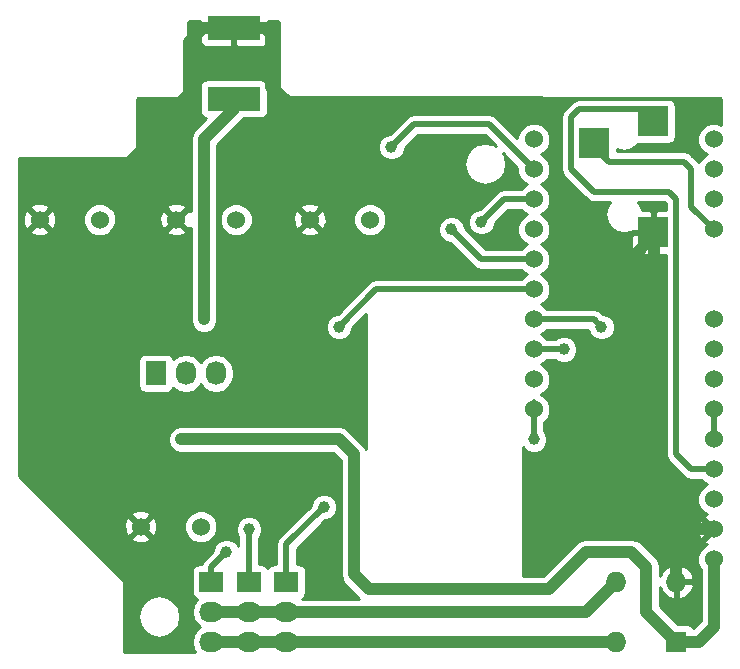
<source format=gtl>
G04 #@! TF.FileFunction,Copper,L1,Top,Signal*
%FSLAX46Y46*%
G04 Gerber Fmt 4.6, Leading zero omitted, Abs format (unit mm)*
G04 Created by KiCad (PCBNEW 4.0.1-stable) date 2016/08/24 23:14:12*
%MOMM*%
G01*
G04 APERTURE LIST*
%ADD10C,0.100000*%
%ADD11R,1.727200X1.727200*%
%ADD12O,1.727200X1.727200*%
%ADD13C,1.524000*%
%ADD14R,1.727200X2.032000*%
%ADD15O,1.727200X2.032000*%
%ADD16R,4.500000X2.000000*%
%ADD17R,2.032000X1.727200*%
%ADD18O,2.032000X1.727200*%
%ADD19R,2.500000X2.500000*%
%ADD20C,1.000000*%
%ADD21C,1.000000*%
%ADD22C,0.500000*%
%ADD23C,0.254000*%
G04 APERTURE END LIST*
D10*
D11*
X152946100Y-138658600D03*
D12*
X152946100Y-133578600D03*
X147866100Y-138658600D03*
X147866100Y-133578600D03*
D13*
X140881100Y-103733600D03*
X140881100Y-118973600D03*
X156121100Y-131673600D03*
X156121100Y-129133600D03*
X156121100Y-126593600D03*
X156121100Y-124053600D03*
X156121100Y-121513600D03*
X156121100Y-118973600D03*
X156121100Y-96113600D03*
X156121100Y-98653600D03*
X156121100Y-101193600D03*
X156121100Y-103733600D03*
X156121100Y-111353600D03*
X156121100Y-113893600D03*
X156121100Y-116433600D03*
X140881100Y-118973600D03*
X140881100Y-116433600D03*
X140881100Y-113893600D03*
X140881100Y-111353600D03*
X140881100Y-108813600D03*
X140881100Y-106273600D03*
X140881100Y-101193600D03*
X140881100Y-98653600D03*
X140881100Y-96113600D03*
X99021100Y-102913600D03*
X104101100Y-102913600D03*
X110581100Y-102913600D03*
X115661100Y-102913600D03*
X121911100Y-102913600D03*
X126991100Y-102913600D03*
X107601100Y-128903600D03*
X112681100Y-128903600D03*
D14*
X108877100Y-115925600D03*
D15*
X111417100Y-115925600D03*
X113957100Y-115925600D03*
D16*
X115481100Y-86668600D03*
X115481100Y-92668600D03*
D17*
X119926100Y-133578600D03*
D18*
X119926100Y-136118600D03*
X119926100Y-138658600D03*
D17*
X116751100Y-133578600D03*
D18*
X116751100Y-136118600D03*
X116751100Y-138658600D03*
D17*
X113576100Y-133578600D03*
D18*
X113576100Y-136118600D03*
X113576100Y-138658600D03*
D19*
X146001100Y-96378600D03*
X151001100Y-94578600D03*
X151001100Y-103978600D03*
D20*
X112941100Y-111353600D03*
X111036100Y-121513600D03*
X123101100Y-127228600D03*
X140881100Y-121513600D03*
X143421100Y-113893600D03*
X116751100Y-129133600D03*
X114846100Y-131038600D03*
X146596100Y-111988600D03*
X128816100Y-96748600D03*
X109131100Y-94843600D03*
X136436100Y-103098600D03*
X133896100Y-103733600D03*
X124371100Y-111988600D03*
D21*
X115481100Y-92668600D02*
X115481100Y-93573600D01*
X115481100Y-93573600D02*
X112941100Y-96113600D01*
X112941100Y-96113600D02*
X112941100Y-111353600D01*
X111036100Y-121513600D02*
X124371100Y-121513600D01*
X124371100Y-121513600D02*
X125641100Y-122783600D01*
X125641100Y-122783600D02*
X125641100Y-132943600D01*
X125641100Y-132943600D02*
X126911100Y-134213600D01*
X126911100Y-134213600D02*
X142151100Y-134213600D01*
X142151100Y-134213600D02*
X145326100Y-131038600D01*
X145326100Y-131038600D02*
X149136100Y-131038600D01*
X149136100Y-131038600D02*
X150406100Y-132308600D01*
X150406100Y-132308600D02*
X150406100Y-136118600D01*
X150406100Y-136118600D02*
X152946100Y-138658600D01*
X152946100Y-138658600D02*
X154851100Y-138658600D01*
X156121100Y-137388600D02*
X156121100Y-131673600D01*
X154851100Y-138658600D02*
X156121100Y-137388600D01*
D22*
X146001100Y-96378600D02*
X146001100Y-96788600D01*
X146001100Y-96788600D02*
X147231100Y-98018600D01*
X147231100Y-98018600D02*
X153581100Y-98018600D01*
X153581100Y-98018600D02*
X154216100Y-98653600D01*
X154216100Y-98653600D02*
X154216100Y-101828600D01*
X154216100Y-101828600D02*
X156121100Y-103733600D01*
X151001100Y-94578600D02*
X150776100Y-94578600D01*
X150776100Y-94578600D02*
X149771100Y-93573600D01*
X149771100Y-93573600D02*
X144691100Y-93573600D01*
X144691100Y-93573600D02*
X144056100Y-94208600D01*
X144056100Y-94208600D02*
X144056100Y-98653600D01*
X144056100Y-98653600D02*
X145961100Y-100558600D01*
X145961100Y-100558600D02*
X152311100Y-100558600D01*
X152311100Y-100558600D02*
X152946100Y-101193600D01*
X152946100Y-101193600D02*
X152946100Y-103098600D01*
X152946100Y-103098600D02*
X152946100Y-122783600D01*
X152946100Y-122783600D02*
X154216100Y-124053600D01*
X154216100Y-124053600D02*
X156121100Y-124053600D01*
X156121100Y-124053600D02*
X155486100Y-124053600D01*
X156121100Y-118973600D02*
X156121100Y-121513600D01*
X140881100Y-118338600D02*
X140881100Y-121513600D01*
X119926100Y-130403600D02*
X119926100Y-133578600D01*
X123101100Y-127228600D02*
X119926100Y-130403600D01*
X143421100Y-113893600D02*
X143421100Y-113893600D01*
X140881100Y-113893600D02*
X143421100Y-113893600D01*
X116751100Y-129133600D02*
X116751100Y-133578600D01*
X140881100Y-111353600D02*
X145961100Y-111353600D01*
X113576100Y-132308600D02*
X113576100Y-133578600D01*
X114846100Y-131038600D02*
X113576100Y-132308600D01*
X145961100Y-111353600D02*
X146596100Y-111988600D01*
D21*
X119926100Y-138658600D02*
X147866100Y-138658600D01*
X116751100Y-138658600D02*
X147866100Y-138658600D01*
X113576100Y-138658600D02*
X147866100Y-138658600D01*
X113576100Y-136118600D02*
X116751100Y-136118600D01*
X113576100Y-136118600D02*
X119926100Y-136118600D01*
X113576100Y-136118600D02*
X145326100Y-136118600D01*
X145326100Y-136118600D02*
X147866100Y-133578600D01*
D22*
X137071100Y-94843600D02*
X140881100Y-98653600D01*
X130721100Y-94843600D02*
X137071100Y-94843600D01*
X128816100Y-96748600D02*
X130721100Y-94843600D01*
D21*
X112861100Y-86668600D02*
X115481100Y-86668600D01*
X111671100Y-87858600D02*
X112861100Y-86668600D01*
X111671100Y-92303600D02*
X111671100Y-87858600D01*
X109131100Y-94843600D02*
X111671100Y-92303600D01*
X151041100Y-103733600D02*
X151041100Y-104163600D01*
X151041100Y-104163600D02*
X149136100Y-106273600D01*
X119926100Y-92938600D02*
X118656100Y-91668600D01*
X118656100Y-91668600D02*
X118656100Y-87223600D01*
X118656100Y-87223600D02*
X118101100Y-86668600D01*
X118101100Y-86668600D02*
X115481100Y-86668600D01*
X149136100Y-106273600D02*
X145961100Y-106273600D01*
X145961100Y-106273600D02*
X142786100Y-103098600D01*
X142786100Y-103098600D02*
X142786100Y-94208600D01*
X142786100Y-94208600D02*
X141516100Y-92938600D01*
X141516100Y-92938600D02*
X119926100Y-92938600D01*
X115481100Y-86668600D02*
X113496100Y-86668600D01*
X151041100Y-103733600D02*
X151041100Y-128498600D01*
X151041100Y-128498600D02*
X152946100Y-130403600D01*
X152946100Y-133578600D02*
X152946100Y-130403600D01*
X154216100Y-129133600D02*
X156121100Y-129133600D01*
X152946100Y-130403600D02*
X154216100Y-129133600D01*
D22*
X140881100Y-101193600D02*
X138341100Y-101193600D01*
X138341100Y-101193600D02*
X136436100Y-103098600D01*
X140881100Y-106273600D02*
X136436100Y-106273600D01*
X136436100Y-106273600D02*
X133896100Y-103733600D01*
X140881100Y-108813600D02*
X127546100Y-108813600D01*
X127546100Y-108813600D02*
X124371100Y-111988600D01*
D23*
G36*
X112596100Y-86382850D02*
X112754850Y-86541600D01*
X115354100Y-86541600D01*
X115354100Y-86521600D01*
X115608100Y-86521600D01*
X115608100Y-86541600D01*
X118207350Y-86541600D01*
X118366100Y-86382850D01*
X118366100Y-86054600D01*
X119157364Y-86054600D01*
X119256100Y-86153336D01*
X119256100Y-91409600D01*
X119308243Y-91671738D01*
X119456732Y-91893968D01*
X119956732Y-92393968D01*
X120178962Y-92542457D01*
X120441100Y-92594600D01*
X156627364Y-92594600D01*
X156726100Y-92693336D01*
X156726100Y-94852168D01*
X156400200Y-94716843D01*
X155844439Y-94716358D01*
X155330797Y-94928590D01*
X154937471Y-95321230D01*
X154724343Y-95834500D01*
X154723858Y-96390261D01*
X154936090Y-96903903D01*
X155328730Y-97297229D01*
X155536612Y-97383549D01*
X155330797Y-97468590D01*
X154937471Y-97861230D01*
X154858179Y-98052188D01*
X154841890Y-98027810D01*
X154841887Y-98027808D01*
X154206890Y-97392810D01*
X154179322Y-97374390D01*
X153919775Y-97200967D01*
X153863584Y-97189790D01*
X153581100Y-97133599D01*
X153581095Y-97133600D01*
X147898540Y-97133600D01*
X147898540Y-96941769D01*
X148501100Y-97061626D01*
X149106898Y-96941125D01*
X149620468Y-96597968D01*
X149707797Y-96467271D01*
X149751100Y-96476040D01*
X152251100Y-96476040D01*
X152486417Y-96431762D01*
X152702541Y-96292690D01*
X152847531Y-96080490D01*
X152898540Y-95828600D01*
X152898540Y-93328600D01*
X152854262Y-93093283D01*
X152715190Y-92877159D01*
X152502990Y-92732169D01*
X152251100Y-92681160D01*
X149751100Y-92681160D01*
X149711560Y-92688600D01*
X144691105Y-92688600D01*
X144691100Y-92688599D01*
X144352426Y-92755966D01*
X144257154Y-92819625D01*
X144065310Y-92947810D01*
X144065308Y-92947813D01*
X143430310Y-93582810D01*
X143238467Y-93869925D01*
X143238467Y-93869926D01*
X143171099Y-94208600D01*
X143171100Y-94208605D01*
X143171100Y-98653595D01*
X143171099Y-98653600D01*
X143226132Y-98930261D01*
X143238467Y-98992275D01*
X143430310Y-99279390D01*
X145335308Y-101184387D01*
X145335310Y-101184390D01*
X145622425Y-101376233D01*
X145678616Y-101387410D01*
X145961100Y-101443601D01*
X145961105Y-101443600D01*
X147315336Y-101443600D01*
X147038575Y-101857802D01*
X146918074Y-102463600D01*
X147038575Y-103069398D01*
X147381732Y-103582968D01*
X147895302Y-103926125D01*
X148501100Y-104046626D01*
X149106898Y-103926125D01*
X149252252Y-103829002D01*
X149274850Y-103851600D01*
X150874100Y-103851600D01*
X150874100Y-102252350D01*
X150715350Y-102093600D01*
X150010528Y-102093600D01*
X149963625Y-101857802D01*
X149686864Y-101443600D01*
X151944520Y-101443600D01*
X152061100Y-101560179D01*
X152061100Y-102093600D01*
X151286850Y-102093600D01*
X151128100Y-102252350D01*
X151128100Y-103851600D01*
X151148100Y-103851600D01*
X151148100Y-104105600D01*
X151128100Y-104105600D01*
X151128100Y-105704850D01*
X151286850Y-105863600D01*
X152061100Y-105863600D01*
X152061100Y-122783595D01*
X152061099Y-122783600D01*
X152086410Y-122910842D01*
X152128467Y-123122275D01*
X152320310Y-123409390D01*
X153590308Y-124679387D01*
X153590310Y-124679390D01*
X153836523Y-124843903D01*
X153877425Y-124871233D01*
X154216100Y-124938601D01*
X154216105Y-124938600D01*
X155030622Y-124938600D01*
X155328730Y-125237229D01*
X155536612Y-125323549D01*
X155330797Y-125408590D01*
X154937471Y-125801230D01*
X154724343Y-126314500D01*
X154723858Y-126870261D01*
X154936090Y-127383903D01*
X155328730Y-127777229D01*
X155520827Y-127856995D01*
X155389957Y-127911203D01*
X155320492Y-128153387D01*
X156121100Y-128953995D01*
X156135243Y-128939853D01*
X156314848Y-129119458D01*
X156300705Y-129133600D01*
X156314848Y-129147743D01*
X156135243Y-129327348D01*
X156121100Y-129313205D01*
X155320492Y-130113813D01*
X155389957Y-130355997D01*
X155530418Y-130406109D01*
X155330797Y-130488590D01*
X154937471Y-130881230D01*
X154724343Y-131394500D01*
X154723858Y-131950261D01*
X154936090Y-132463903D01*
X154986100Y-132514000D01*
X154986100Y-136918468D01*
X154386247Y-137518321D01*
X154273790Y-137343559D01*
X154061590Y-137198569D01*
X153809700Y-137147560D01*
X153040193Y-137147560D01*
X151541100Y-135648468D01*
X151541100Y-134044242D01*
X151739279Y-134467090D01*
X152171153Y-134861288D01*
X152587074Y-135033558D01*
X152819100Y-134912417D01*
X152819100Y-133705600D01*
X153073100Y-133705600D01*
X153073100Y-134912417D01*
X153305126Y-135033558D01*
X153721047Y-134861288D01*
X154152921Y-134467090D01*
X154401068Y-133937627D01*
X154280569Y-133705600D01*
X153073100Y-133705600D01*
X152819100Y-133705600D01*
X152799100Y-133705600D01*
X152799100Y-133451600D01*
X152819100Y-133451600D01*
X152819100Y-132244783D01*
X153073100Y-132244783D01*
X153073100Y-133451600D01*
X154280569Y-133451600D01*
X154401068Y-133219573D01*
X154152921Y-132690110D01*
X153721047Y-132295912D01*
X153305126Y-132123642D01*
X153073100Y-132244783D01*
X152819100Y-132244783D01*
X152587074Y-132123642D01*
X152171153Y-132295912D01*
X151739279Y-132690110D01*
X151541100Y-133112958D01*
X151541100Y-132308600D01*
X151454703Y-131874254D01*
X151208666Y-131506034D01*
X149938666Y-130236034D01*
X149773984Y-130125997D01*
X149570446Y-129989997D01*
X149136100Y-129903600D01*
X145326100Y-129903600D01*
X144891754Y-129989997D01*
X144688216Y-130125997D01*
X144523534Y-130236034D01*
X141680968Y-133078600D01*
X139918397Y-133078600D01*
X139936100Y-132989600D01*
X139936100Y-128925902D01*
X154711956Y-128925902D01*
X154739738Y-129480968D01*
X154898703Y-129864743D01*
X155140887Y-129934208D01*
X155941495Y-129133600D01*
X155140887Y-128332992D01*
X154898703Y-128402457D01*
X154711956Y-128925902D01*
X139936100Y-128925902D01*
X139936100Y-122173484D01*
X140237335Y-122475245D01*
X140654344Y-122648403D01*
X141105875Y-122648797D01*
X141523186Y-122476367D01*
X141842745Y-122157365D01*
X142015903Y-121740356D01*
X142016297Y-121288825D01*
X141843867Y-120871514D01*
X141766100Y-120793611D01*
X141766100Y-120064078D01*
X142064729Y-119765970D01*
X142277857Y-119252700D01*
X142278342Y-118696939D01*
X142066110Y-118183297D01*
X141673470Y-117789971D01*
X141514280Y-117723870D01*
X141506890Y-117712810D01*
X141482638Y-117696606D01*
X141671403Y-117618610D01*
X142064729Y-117225970D01*
X142277857Y-116712700D01*
X142278342Y-116156939D01*
X142066110Y-115643297D01*
X141673470Y-115249971D01*
X141465588Y-115163651D01*
X141671403Y-115078610D01*
X141971937Y-114778600D01*
X142700824Y-114778600D01*
X142777335Y-114855245D01*
X143194344Y-115028403D01*
X143645875Y-115028797D01*
X144063186Y-114856367D01*
X144382745Y-114537365D01*
X144555903Y-114120356D01*
X144556297Y-113668825D01*
X144383867Y-113251514D01*
X144064865Y-112931955D01*
X143647856Y-112758797D01*
X143196325Y-112758403D01*
X142779014Y-112930833D01*
X142701111Y-113008600D01*
X141971578Y-113008600D01*
X141673470Y-112709971D01*
X141465588Y-112623651D01*
X141671403Y-112538610D01*
X141971937Y-112238600D01*
X145471326Y-112238600D01*
X145633333Y-112630686D01*
X145952335Y-112950245D01*
X146369344Y-113123403D01*
X146820875Y-113123797D01*
X147238186Y-112951367D01*
X147557745Y-112632365D01*
X147730903Y-112215356D01*
X147731297Y-111763825D01*
X147558867Y-111346514D01*
X147239865Y-111026955D01*
X146822856Y-110853797D01*
X146712781Y-110853701D01*
X146586890Y-110727810D01*
X146559988Y-110709835D01*
X146299775Y-110535967D01*
X146243584Y-110524790D01*
X145961100Y-110468599D01*
X145961095Y-110468600D01*
X141971578Y-110468600D01*
X141673470Y-110169971D01*
X141465588Y-110083651D01*
X141671403Y-109998610D01*
X142064729Y-109605970D01*
X142277857Y-109092700D01*
X142278342Y-108536939D01*
X142066110Y-108023297D01*
X141673470Y-107629971D01*
X141465588Y-107543651D01*
X141671403Y-107458610D01*
X142064729Y-107065970D01*
X142277857Y-106552700D01*
X142278342Y-105996939D01*
X142066110Y-105483297D01*
X141673470Y-105089971D01*
X141465588Y-105003651D01*
X141671403Y-104918610D01*
X142064729Y-104525970D01*
X142173362Y-104264350D01*
X149116100Y-104264350D01*
X149116100Y-105354909D01*
X149212773Y-105588298D01*
X149391401Y-105766927D01*
X149624790Y-105863600D01*
X150715350Y-105863600D01*
X150874100Y-105704850D01*
X150874100Y-104105600D01*
X149274850Y-104105600D01*
X149116100Y-104264350D01*
X142173362Y-104264350D01*
X142277857Y-104012700D01*
X142278342Y-103456939D01*
X142066110Y-102943297D01*
X141673470Y-102549971D01*
X141465588Y-102463651D01*
X141671403Y-102378610D01*
X142064729Y-101985970D01*
X142277857Y-101472700D01*
X142278342Y-100916939D01*
X142066110Y-100403297D01*
X141673470Y-100009971D01*
X141465588Y-99923651D01*
X141671403Y-99838610D01*
X142064729Y-99445970D01*
X142277857Y-98932700D01*
X142278342Y-98376939D01*
X142066110Y-97863297D01*
X141673470Y-97469971D01*
X141465588Y-97383651D01*
X141671403Y-97298610D01*
X142064729Y-96905970D01*
X142277857Y-96392700D01*
X142278342Y-95836939D01*
X142066110Y-95323297D01*
X141673470Y-94929971D01*
X141160200Y-94716843D01*
X140604439Y-94716358D01*
X140090797Y-94928590D01*
X139697471Y-95321230D01*
X139484343Y-95834500D01*
X139484194Y-96005115D01*
X137696890Y-94217810D01*
X137569498Y-94132690D01*
X137409775Y-94025967D01*
X137319178Y-94007946D01*
X137071100Y-93958599D01*
X137071095Y-93958600D01*
X130721105Y-93958600D01*
X130721100Y-93958599D01*
X130473022Y-94007946D01*
X130382425Y-94025967D01*
X130095310Y-94217810D01*
X130095308Y-94217813D01*
X128699623Y-95613497D01*
X128591325Y-95613403D01*
X128174014Y-95785833D01*
X127854455Y-96104835D01*
X127681297Y-96521844D01*
X127680903Y-96973375D01*
X127853333Y-97390686D01*
X128172335Y-97710245D01*
X128589344Y-97883403D01*
X129040875Y-97883797D01*
X129458186Y-97711367D01*
X129777745Y-97392365D01*
X129950903Y-96975356D01*
X129950999Y-96865281D01*
X131087679Y-95728600D01*
X136704520Y-95728600D01*
X137654160Y-96678239D01*
X137443790Y-96537675D01*
X136760700Y-96401800D01*
X136077610Y-96537675D01*
X135498514Y-96924614D01*
X135111575Y-97503710D01*
X134975700Y-98186800D01*
X135111575Y-98869890D01*
X135498514Y-99448986D01*
X136077610Y-99835925D01*
X136760700Y-99971800D01*
X137443790Y-99835925D01*
X138022886Y-99448986D01*
X138409825Y-98869890D01*
X138545700Y-98186800D01*
X138409825Y-97503710D01*
X138269260Y-97293340D01*
X139484226Y-98508305D01*
X139483858Y-98930261D01*
X139696090Y-99443903D01*
X140088730Y-99837229D01*
X140296612Y-99923549D01*
X140090797Y-100008590D01*
X139790263Y-100308600D01*
X138341105Y-100308600D01*
X138341100Y-100308599D01*
X138058616Y-100364790D01*
X138002425Y-100375967D01*
X137715310Y-100567810D01*
X137715308Y-100567813D01*
X136319623Y-101963497D01*
X136211325Y-101963403D01*
X135794014Y-102135833D01*
X135474455Y-102454835D01*
X135301297Y-102871844D01*
X135300903Y-103323375D01*
X135473333Y-103740686D01*
X135792335Y-104060245D01*
X136209344Y-104233403D01*
X136660875Y-104233797D01*
X137078186Y-104061367D01*
X137397745Y-103742365D01*
X137570903Y-103325356D01*
X137570999Y-103215281D01*
X138707679Y-102078600D01*
X139790622Y-102078600D01*
X140088730Y-102377229D01*
X140296612Y-102463549D01*
X140090797Y-102548590D01*
X139697471Y-102941230D01*
X139484343Y-103454500D01*
X139483858Y-104010261D01*
X139696090Y-104523903D01*
X140088730Y-104917229D01*
X140296612Y-105003549D01*
X140090797Y-105088590D01*
X139790263Y-105388600D01*
X136802679Y-105388600D01*
X135031203Y-103617123D01*
X135031297Y-103508825D01*
X134858867Y-103091514D01*
X134539865Y-102771955D01*
X134122856Y-102598797D01*
X133671325Y-102598403D01*
X133254014Y-102770833D01*
X132934455Y-103089835D01*
X132761297Y-103506844D01*
X132760903Y-103958375D01*
X132933333Y-104375686D01*
X133252335Y-104695245D01*
X133669344Y-104868403D01*
X133779419Y-104868499D01*
X135810308Y-106899387D01*
X135810310Y-106899390D01*
X136056523Y-107063903D01*
X136097425Y-107091233D01*
X136436100Y-107158600D01*
X139790622Y-107158600D01*
X140088730Y-107457229D01*
X140296612Y-107543549D01*
X140090797Y-107628590D01*
X139790263Y-107928600D01*
X127546105Y-107928600D01*
X127546100Y-107928599D01*
X127263616Y-107984790D01*
X127207425Y-107995967D01*
X126920310Y-108187810D01*
X126920308Y-108187813D01*
X124254623Y-110853497D01*
X124146325Y-110853403D01*
X123729014Y-111025833D01*
X123409455Y-111344835D01*
X123236297Y-111761844D01*
X123235903Y-112213375D01*
X123408333Y-112630686D01*
X123727335Y-112950245D01*
X124144344Y-113123403D01*
X124595875Y-113123797D01*
X125013186Y-112951367D01*
X125332745Y-112632365D01*
X125505903Y-112215356D01*
X125505999Y-112105281D01*
X126676100Y-110935179D01*
X126676100Y-122328896D01*
X126443666Y-121981034D01*
X125173666Y-120711034D01*
X124805446Y-120464997D01*
X124371100Y-120378600D01*
X111037090Y-120378600D01*
X110811325Y-120378403D01*
X110394014Y-120550833D01*
X110074455Y-120869835D01*
X109901297Y-121286844D01*
X109900903Y-121738375D01*
X110073333Y-122155686D01*
X110392335Y-122475245D01*
X110809344Y-122648403D01*
X111260875Y-122648797D01*
X111261352Y-122648600D01*
X123900968Y-122648600D01*
X124506100Y-123253732D01*
X124506100Y-132943600D01*
X124592497Y-133377946D01*
X124706953Y-133549241D01*
X124838534Y-133746166D01*
X126075968Y-134983600D01*
X121273398Y-134983600D01*
X121393541Y-134906290D01*
X121538531Y-134694090D01*
X121589540Y-134442200D01*
X121589540Y-132715000D01*
X121545262Y-132479683D01*
X121406190Y-132263559D01*
X121193990Y-132118569D01*
X120942100Y-132067560D01*
X120811100Y-132067560D01*
X120811100Y-130770180D01*
X123217577Y-128363703D01*
X123325875Y-128363797D01*
X123743186Y-128191367D01*
X124062745Y-127872365D01*
X124235903Y-127455356D01*
X124236297Y-127003825D01*
X124063867Y-126586514D01*
X123744865Y-126266955D01*
X123327856Y-126093797D01*
X122876325Y-126093403D01*
X122459014Y-126265833D01*
X122139455Y-126584835D01*
X121966297Y-127001844D01*
X121966201Y-127111920D01*
X119300310Y-129777810D01*
X119108467Y-130064925D01*
X119103756Y-130088610D01*
X119041099Y-130403600D01*
X119041100Y-130403605D01*
X119041100Y-132067560D01*
X118910100Y-132067560D01*
X118674783Y-132111838D01*
X118458659Y-132250910D01*
X118337322Y-132428493D01*
X118231190Y-132263559D01*
X118018990Y-132118569D01*
X117767100Y-132067560D01*
X117636100Y-132067560D01*
X117636100Y-129853876D01*
X117712745Y-129777365D01*
X117885903Y-129360356D01*
X117886297Y-128908825D01*
X117713867Y-128491514D01*
X117394865Y-128171955D01*
X116977856Y-127998797D01*
X116526325Y-127998403D01*
X116109014Y-128170833D01*
X115789455Y-128489835D01*
X115616297Y-128906844D01*
X115615903Y-129358375D01*
X115788333Y-129775686D01*
X115866100Y-129853589D01*
X115866100Y-130535028D01*
X115808867Y-130396514D01*
X115489865Y-130076955D01*
X115072856Y-129903797D01*
X114621325Y-129903403D01*
X114204014Y-130075833D01*
X113884455Y-130394835D01*
X113711297Y-130811844D01*
X113711201Y-130921920D01*
X112950310Y-131682810D01*
X112758467Y-131969925D01*
X112758467Y-131969926D01*
X112739046Y-132067560D01*
X112560100Y-132067560D01*
X112324783Y-132111838D01*
X112108659Y-132250910D01*
X111963669Y-132463110D01*
X111912660Y-132715000D01*
X111912660Y-134442200D01*
X111956938Y-134677517D01*
X112096010Y-134893641D01*
X112308210Y-135038631D01*
X112349539Y-135047000D01*
X112331685Y-135058930D01*
X112006829Y-135545111D01*
X111892755Y-136118600D01*
X112006829Y-136692089D01*
X112331685Y-137178270D01*
X112646466Y-137388600D01*
X112331685Y-137598930D01*
X112006829Y-138085111D01*
X111892755Y-138658600D01*
X112006829Y-139232089D01*
X112168870Y-139474600D01*
X106206100Y-139474600D01*
X106206100Y-136506800D01*
X107355700Y-136506800D01*
X107491575Y-137189890D01*
X107878514Y-137768986D01*
X108457610Y-138155925D01*
X109140700Y-138291800D01*
X109823790Y-138155925D01*
X110402886Y-137768986D01*
X110789825Y-137189890D01*
X110925700Y-136506800D01*
X110789825Y-135823710D01*
X110402886Y-135244614D01*
X109823790Y-134857675D01*
X109140700Y-134721800D01*
X108457610Y-134857675D01*
X107878514Y-135244614D01*
X107491575Y-135823710D01*
X107355700Y-136506800D01*
X106206100Y-136506800D01*
X106206100Y-133829600D01*
X106153957Y-133567462D01*
X106005468Y-133345232D01*
X102544049Y-129883813D01*
X106800492Y-129883813D01*
X106869957Y-130125997D01*
X107393402Y-130312744D01*
X107948468Y-130284962D01*
X108332243Y-130125997D01*
X108401708Y-129883813D01*
X107601100Y-129083205D01*
X106800492Y-129883813D01*
X102544049Y-129883813D01*
X101356138Y-128695902D01*
X106191956Y-128695902D01*
X106219738Y-129250968D01*
X106378703Y-129634743D01*
X106620887Y-129704208D01*
X107421495Y-128903600D01*
X107780705Y-128903600D01*
X108581313Y-129704208D01*
X108823497Y-129634743D01*
X108985640Y-129180261D01*
X111283858Y-129180261D01*
X111496090Y-129693903D01*
X111888730Y-130087229D01*
X112402000Y-130300357D01*
X112957761Y-130300842D01*
X113471403Y-130088610D01*
X113864729Y-129695970D01*
X114077857Y-129182700D01*
X114078342Y-128626939D01*
X113866110Y-128113297D01*
X113473470Y-127719971D01*
X112960200Y-127506843D01*
X112404439Y-127506358D01*
X111890797Y-127718590D01*
X111497471Y-128111230D01*
X111284343Y-128624500D01*
X111283858Y-129180261D01*
X108985640Y-129180261D01*
X109010244Y-129111298D01*
X108982462Y-128556232D01*
X108823497Y-128172457D01*
X108581313Y-128102992D01*
X107780705Y-128903600D01*
X107421495Y-128903600D01*
X106620887Y-128102992D01*
X106378703Y-128172457D01*
X106191956Y-128695902D01*
X101356138Y-128695902D01*
X100583623Y-127923387D01*
X106800492Y-127923387D01*
X107601100Y-128723995D01*
X108401708Y-127923387D01*
X108332243Y-127681203D01*
X107808798Y-127494456D01*
X107253732Y-127522238D01*
X106869957Y-127681203D01*
X106800492Y-127923387D01*
X100583623Y-127923387D01*
X97296100Y-124635864D01*
X97296100Y-114909600D01*
X107366060Y-114909600D01*
X107366060Y-116941600D01*
X107410338Y-117176917D01*
X107549410Y-117393041D01*
X107761610Y-117538031D01*
X108013500Y-117589040D01*
X109740700Y-117589040D01*
X109976017Y-117544762D01*
X110192141Y-117405690D01*
X110337131Y-117193490D01*
X110345500Y-117152161D01*
X110357430Y-117170015D01*
X110843611Y-117494871D01*
X111417100Y-117608945D01*
X111990589Y-117494871D01*
X112476770Y-117170015D01*
X112687100Y-116855234D01*
X112897430Y-117170015D01*
X113383611Y-117494871D01*
X113957100Y-117608945D01*
X114530589Y-117494871D01*
X115016770Y-117170015D01*
X115341626Y-116683834D01*
X115455700Y-116110345D01*
X115455700Y-115740855D01*
X115341626Y-115167366D01*
X115016770Y-114681185D01*
X114530589Y-114356329D01*
X113957100Y-114242255D01*
X113383611Y-114356329D01*
X112897430Y-114681185D01*
X112687100Y-114995966D01*
X112476770Y-114681185D01*
X111990589Y-114356329D01*
X111417100Y-114242255D01*
X110843611Y-114356329D01*
X110357430Y-114681185D01*
X110347857Y-114695513D01*
X110343862Y-114674283D01*
X110204790Y-114458159D01*
X109992590Y-114313169D01*
X109740700Y-114262160D01*
X108013500Y-114262160D01*
X107778183Y-114306438D01*
X107562059Y-114445510D01*
X107417069Y-114657710D01*
X107366060Y-114909600D01*
X97296100Y-114909600D01*
X97296100Y-103893813D01*
X98220492Y-103893813D01*
X98289957Y-104135997D01*
X98813402Y-104322744D01*
X99368468Y-104294962D01*
X99752243Y-104135997D01*
X99821708Y-103893813D01*
X99021100Y-103093205D01*
X98220492Y-103893813D01*
X97296100Y-103893813D01*
X97296100Y-102705902D01*
X97611956Y-102705902D01*
X97639738Y-103260968D01*
X97798703Y-103644743D01*
X98040887Y-103714208D01*
X98841495Y-102913600D01*
X99200705Y-102913600D01*
X100001313Y-103714208D01*
X100243497Y-103644743D01*
X100405640Y-103190261D01*
X102703858Y-103190261D01*
X102916090Y-103703903D01*
X103308730Y-104097229D01*
X103822000Y-104310357D01*
X104377761Y-104310842D01*
X104891403Y-104098610D01*
X105096557Y-103893813D01*
X109780492Y-103893813D01*
X109849957Y-104135997D01*
X110373402Y-104322744D01*
X110928468Y-104294962D01*
X111312243Y-104135997D01*
X111381708Y-103893813D01*
X110581100Y-103093205D01*
X109780492Y-103893813D01*
X105096557Y-103893813D01*
X105284729Y-103705970D01*
X105497857Y-103192700D01*
X105498281Y-102705902D01*
X109171956Y-102705902D01*
X109199738Y-103260968D01*
X109358703Y-103644743D01*
X109600887Y-103714208D01*
X110401495Y-102913600D01*
X110760705Y-102913600D01*
X111561313Y-103714208D01*
X111803497Y-103644743D01*
X111806100Y-103637447D01*
X111806100Y-111352610D01*
X111805903Y-111578375D01*
X111978333Y-111995686D01*
X112297335Y-112315245D01*
X112714344Y-112488403D01*
X113165875Y-112488797D01*
X113583186Y-112316367D01*
X113902745Y-111997365D01*
X114075903Y-111580356D01*
X114076297Y-111128825D01*
X114076100Y-111128348D01*
X114076100Y-103190261D01*
X114263858Y-103190261D01*
X114476090Y-103703903D01*
X114868730Y-104097229D01*
X115382000Y-104310357D01*
X115937761Y-104310842D01*
X116451403Y-104098610D01*
X116656557Y-103893813D01*
X121110492Y-103893813D01*
X121179957Y-104135997D01*
X121703402Y-104322744D01*
X122258468Y-104294962D01*
X122642243Y-104135997D01*
X122711708Y-103893813D01*
X121911100Y-103093205D01*
X121110492Y-103893813D01*
X116656557Y-103893813D01*
X116844729Y-103705970D01*
X117057857Y-103192700D01*
X117058281Y-102705902D01*
X120501956Y-102705902D01*
X120529738Y-103260968D01*
X120688703Y-103644743D01*
X120930887Y-103714208D01*
X121731495Y-102913600D01*
X122090705Y-102913600D01*
X122891313Y-103714208D01*
X123133497Y-103644743D01*
X123295640Y-103190261D01*
X125593858Y-103190261D01*
X125806090Y-103703903D01*
X126198730Y-104097229D01*
X126712000Y-104310357D01*
X127267761Y-104310842D01*
X127781403Y-104098610D01*
X128174729Y-103705970D01*
X128387857Y-103192700D01*
X128388342Y-102636939D01*
X128176110Y-102123297D01*
X127783470Y-101729971D01*
X127270200Y-101516843D01*
X126714439Y-101516358D01*
X126200797Y-101728590D01*
X125807471Y-102121230D01*
X125594343Y-102634500D01*
X125593858Y-103190261D01*
X123295640Y-103190261D01*
X123320244Y-103121298D01*
X123292462Y-102566232D01*
X123133497Y-102182457D01*
X122891313Y-102112992D01*
X122090705Y-102913600D01*
X121731495Y-102913600D01*
X120930887Y-102112992D01*
X120688703Y-102182457D01*
X120501956Y-102705902D01*
X117058281Y-102705902D01*
X117058342Y-102636939D01*
X116846110Y-102123297D01*
X116656532Y-101933387D01*
X121110492Y-101933387D01*
X121911100Y-102733995D01*
X122711708Y-101933387D01*
X122642243Y-101691203D01*
X122118798Y-101504456D01*
X121563732Y-101532238D01*
X121179957Y-101691203D01*
X121110492Y-101933387D01*
X116656532Y-101933387D01*
X116453470Y-101729971D01*
X115940200Y-101516843D01*
X115384439Y-101516358D01*
X114870797Y-101728590D01*
X114477471Y-102121230D01*
X114264343Y-102634500D01*
X114263858Y-103190261D01*
X114076100Y-103190261D01*
X114076100Y-96583732D01*
X116283666Y-94376167D01*
X116323842Y-94316040D01*
X117731100Y-94316040D01*
X117966417Y-94271762D01*
X118182541Y-94132690D01*
X118327531Y-93920490D01*
X118378540Y-93668600D01*
X118378540Y-91668600D01*
X118334262Y-91433283D01*
X118195190Y-91217159D01*
X117982990Y-91072169D01*
X117731100Y-91021160D01*
X113231100Y-91021160D01*
X112995783Y-91065438D01*
X112779659Y-91204510D01*
X112634669Y-91416710D01*
X112583660Y-91668600D01*
X112583660Y-93668600D01*
X112627938Y-93903917D01*
X112767010Y-94120041D01*
X112979210Y-94265031D01*
X113149959Y-94299609D01*
X112138534Y-95311034D01*
X111892497Y-95679254D01*
X111806100Y-96113600D01*
X111806100Y-102188741D01*
X111803497Y-102182457D01*
X111561313Y-102112992D01*
X110760705Y-102913600D01*
X110401495Y-102913600D01*
X109600887Y-102112992D01*
X109358703Y-102182457D01*
X109171956Y-102705902D01*
X105498281Y-102705902D01*
X105498342Y-102636939D01*
X105286110Y-102123297D01*
X105096532Y-101933387D01*
X109780492Y-101933387D01*
X110581100Y-102733995D01*
X111381708Y-101933387D01*
X111312243Y-101691203D01*
X110788798Y-101504456D01*
X110233732Y-101532238D01*
X109849957Y-101691203D01*
X109780492Y-101933387D01*
X105096532Y-101933387D01*
X104893470Y-101729971D01*
X104380200Y-101516843D01*
X103824439Y-101516358D01*
X103310797Y-101728590D01*
X102917471Y-102121230D01*
X102704343Y-102634500D01*
X102703858Y-103190261D01*
X100405640Y-103190261D01*
X100430244Y-103121298D01*
X100402462Y-102566232D01*
X100243497Y-102182457D01*
X100001313Y-102112992D01*
X99200705Y-102913600D01*
X98841495Y-102913600D01*
X98040887Y-102112992D01*
X97798703Y-102182457D01*
X97611956Y-102705902D01*
X97296100Y-102705902D01*
X97296100Y-101933387D01*
X98220492Y-101933387D01*
X99021100Y-102733995D01*
X99821708Y-101933387D01*
X99752243Y-101691203D01*
X99228798Y-101504456D01*
X98673732Y-101532238D01*
X98289957Y-101691203D01*
X98220492Y-101933387D01*
X97296100Y-101933387D01*
X97296100Y-97714600D01*
X106111100Y-97714600D01*
X106373238Y-97662457D01*
X106595468Y-97513968D01*
X107085468Y-97023968D01*
X107233957Y-96801738D01*
X107286100Y-96539600D01*
X107286100Y-92723336D01*
X107384836Y-92624600D01*
X110441100Y-92624600D01*
X110703238Y-92572457D01*
X110925468Y-92423968D01*
X111425468Y-91923968D01*
X111573957Y-91701738D01*
X111626100Y-91439600D01*
X111626100Y-86954350D01*
X112596100Y-86954350D01*
X112596100Y-87794909D01*
X112692773Y-88028298D01*
X112871401Y-88206927D01*
X113104790Y-88303600D01*
X115195350Y-88303600D01*
X115354100Y-88144850D01*
X115354100Y-86795600D01*
X115608100Y-86795600D01*
X115608100Y-88144850D01*
X115766850Y-88303600D01*
X117857410Y-88303600D01*
X118090799Y-88206927D01*
X118269427Y-88028298D01*
X118366100Y-87794909D01*
X118366100Y-86954350D01*
X118207350Y-86795600D01*
X115608100Y-86795600D01*
X115354100Y-86795600D01*
X112754850Y-86795600D01*
X112596100Y-86954350D01*
X111626100Y-86954350D01*
X111626100Y-86153336D01*
X111724836Y-86054600D01*
X112596100Y-86054600D01*
X112596100Y-86382850D01*
X112596100Y-86382850D01*
G37*
X112596100Y-86382850D02*
X112754850Y-86541600D01*
X115354100Y-86541600D01*
X115354100Y-86521600D01*
X115608100Y-86521600D01*
X115608100Y-86541600D01*
X118207350Y-86541600D01*
X118366100Y-86382850D01*
X118366100Y-86054600D01*
X119157364Y-86054600D01*
X119256100Y-86153336D01*
X119256100Y-91409600D01*
X119308243Y-91671738D01*
X119456732Y-91893968D01*
X119956732Y-92393968D01*
X120178962Y-92542457D01*
X120441100Y-92594600D01*
X156627364Y-92594600D01*
X156726100Y-92693336D01*
X156726100Y-94852168D01*
X156400200Y-94716843D01*
X155844439Y-94716358D01*
X155330797Y-94928590D01*
X154937471Y-95321230D01*
X154724343Y-95834500D01*
X154723858Y-96390261D01*
X154936090Y-96903903D01*
X155328730Y-97297229D01*
X155536612Y-97383549D01*
X155330797Y-97468590D01*
X154937471Y-97861230D01*
X154858179Y-98052188D01*
X154841890Y-98027810D01*
X154841887Y-98027808D01*
X154206890Y-97392810D01*
X154179322Y-97374390D01*
X153919775Y-97200967D01*
X153863584Y-97189790D01*
X153581100Y-97133599D01*
X153581095Y-97133600D01*
X147898540Y-97133600D01*
X147898540Y-96941769D01*
X148501100Y-97061626D01*
X149106898Y-96941125D01*
X149620468Y-96597968D01*
X149707797Y-96467271D01*
X149751100Y-96476040D01*
X152251100Y-96476040D01*
X152486417Y-96431762D01*
X152702541Y-96292690D01*
X152847531Y-96080490D01*
X152898540Y-95828600D01*
X152898540Y-93328600D01*
X152854262Y-93093283D01*
X152715190Y-92877159D01*
X152502990Y-92732169D01*
X152251100Y-92681160D01*
X149751100Y-92681160D01*
X149711560Y-92688600D01*
X144691105Y-92688600D01*
X144691100Y-92688599D01*
X144352426Y-92755966D01*
X144257154Y-92819625D01*
X144065310Y-92947810D01*
X144065308Y-92947813D01*
X143430310Y-93582810D01*
X143238467Y-93869925D01*
X143238467Y-93869926D01*
X143171099Y-94208600D01*
X143171100Y-94208605D01*
X143171100Y-98653595D01*
X143171099Y-98653600D01*
X143226132Y-98930261D01*
X143238467Y-98992275D01*
X143430310Y-99279390D01*
X145335308Y-101184387D01*
X145335310Y-101184390D01*
X145622425Y-101376233D01*
X145678616Y-101387410D01*
X145961100Y-101443601D01*
X145961105Y-101443600D01*
X147315336Y-101443600D01*
X147038575Y-101857802D01*
X146918074Y-102463600D01*
X147038575Y-103069398D01*
X147381732Y-103582968D01*
X147895302Y-103926125D01*
X148501100Y-104046626D01*
X149106898Y-103926125D01*
X149252252Y-103829002D01*
X149274850Y-103851600D01*
X150874100Y-103851600D01*
X150874100Y-102252350D01*
X150715350Y-102093600D01*
X150010528Y-102093600D01*
X149963625Y-101857802D01*
X149686864Y-101443600D01*
X151944520Y-101443600D01*
X152061100Y-101560179D01*
X152061100Y-102093600D01*
X151286850Y-102093600D01*
X151128100Y-102252350D01*
X151128100Y-103851600D01*
X151148100Y-103851600D01*
X151148100Y-104105600D01*
X151128100Y-104105600D01*
X151128100Y-105704850D01*
X151286850Y-105863600D01*
X152061100Y-105863600D01*
X152061100Y-122783595D01*
X152061099Y-122783600D01*
X152086410Y-122910842D01*
X152128467Y-123122275D01*
X152320310Y-123409390D01*
X153590308Y-124679387D01*
X153590310Y-124679390D01*
X153836523Y-124843903D01*
X153877425Y-124871233D01*
X154216100Y-124938601D01*
X154216105Y-124938600D01*
X155030622Y-124938600D01*
X155328730Y-125237229D01*
X155536612Y-125323549D01*
X155330797Y-125408590D01*
X154937471Y-125801230D01*
X154724343Y-126314500D01*
X154723858Y-126870261D01*
X154936090Y-127383903D01*
X155328730Y-127777229D01*
X155520827Y-127856995D01*
X155389957Y-127911203D01*
X155320492Y-128153387D01*
X156121100Y-128953995D01*
X156135243Y-128939853D01*
X156314848Y-129119458D01*
X156300705Y-129133600D01*
X156314848Y-129147743D01*
X156135243Y-129327348D01*
X156121100Y-129313205D01*
X155320492Y-130113813D01*
X155389957Y-130355997D01*
X155530418Y-130406109D01*
X155330797Y-130488590D01*
X154937471Y-130881230D01*
X154724343Y-131394500D01*
X154723858Y-131950261D01*
X154936090Y-132463903D01*
X154986100Y-132514000D01*
X154986100Y-136918468D01*
X154386247Y-137518321D01*
X154273790Y-137343559D01*
X154061590Y-137198569D01*
X153809700Y-137147560D01*
X153040193Y-137147560D01*
X151541100Y-135648468D01*
X151541100Y-134044242D01*
X151739279Y-134467090D01*
X152171153Y-134861288D01*
X152587074Y-135033558D01*
X152819100Y-134912417D01*
X152819100Y-133705600D01*
X153073100Y-133705600D01*
X153073100Y-134912417D01*
X153305126Y-135033558D01*
X153721047Y-134861288D01*
X154152921Y-134467090D01*
X154401068Y-133937627D01*
X154280569Y-133705600D01*
X153073100Y-133705600D01*
X152819100Y-133705600D01*
X152799100Y-133705600D01*
X152799100Y-133451600D01*
X152819100Y-133451600D01*
X152819100Y-132244783D01*
X153073100Y-132244783D01*
X153073100Y-133451600D01*
X154280569Y-133451600D01*
X154401068Y-133219573D01*
X154152921Y-132690110D01*
X153721047Y-132295912D01*
X153305126Y-132123642D01*
X153073100Y-132244783D01*
X152819100Y-132244783D01*
X152587074Y-132123642D01*
X152171153Y-132295912D01*
X151739279Y-132690110D01*
X151541100Y-133112958D01*
X151541100Y-132308600D01*
X151454703Y-131874254D01*
X151208666Y-131506034D01*
X149938666Y-130236034D01*
X149773984Y-130125997D01*
X149570446Y-129989997D01*
X149136100Y-129903600D01*
X145326100Y-129903600D01*
X144891754Y-129989997D01*
X144688216Y-130125997D01*
X144523534Y-130236034D01*
X141680968Y-133078600D01*
X139918397Y-133078600D01*
X139936100Y-132989600D01*
X139936100Y-128925902D01*
X154711956Y-128925902D01*
X154739738Y-129480968D01*
X154898703Y-129864743D01*
X155140887Y-129934208D01*
X155941495Y-129133600D01*
X155140887Y-128332992D01*
X154898703Y-128402457D01*
X154711956Y-128925902D01*
X139936100Y-128925902D01*
X139936100Y-122173484D01*
X140237335Y-122475245D01*
X140654344Y-122648403D01*
X141105875Y-122648797D01*
X141523186Y-122476367D01*
X141842745Y-122157365D01*
X142015903Y-121740356D01*
X142016297Y-121288825D01*
X141843867Y-120871514D01*
X141766100Y-120793611D01*
X141766100Y-120064078D01*
X142064729Y-119765970D01*
X142277857Y-119252700D01*
X142278342Y-118696939D01*
X142066110Y-118183297D01*
X141673470Y-117789971D01*
X141514280Y-117723870D01*
X141506890Y-117712810D01*
X141482638Y-117696606D01*
X141671403Y-117618610D01*
X142064729Y-117225970D01*
X142277857Y-116712700D01*
X142278342Y-116156939D01*
X142066110Y-115643297D01*
X141673470Y-115249971D01*
X141465588Y-115163651D01*
X141671403Y-115078610D01*
X141971937Y-114778600D01*
X142700824Y-114778600D01*
X142777335Y-114855245D01*
X143194344Y-115028403D01*
X143645875Y-115028797D01*
X144063186Y-114856367D01*
X144382745Y-114537365D01*
X144555903Y-114120356D01*
X144556297Y-113668825D01*
X144383867Y-113251514D01*
X144064865Y-112931955D01*
X143647856Y-112758797D01*
X143196325Y-112758403D01*
X142779014Y-112930833D01*
X142701111Y-113008600D01*
X141971578Y-113008600D01*
X141673470Y-112709971D01*
X141465588Y-112623651D01*
X141671403Y-112538610D01*
X141971937Y-112238600D01*
X145471326Y-112238600D01*
X145633333Y-112630686D01*
X145952335Y-112950245D01*
X146369344Y-113123403D01*
X146820875Y-113123797D01*
X147238186Y-112951367D01*
X147557745Y-112632365D01*
X147730903Y-112215356D01*
X147731297Y-111763825D01*
X147558867Y-111346514D01*
X147239865Y-111026955D01*
X146822856Y-110853797D01*
X146712781Y-110853701D01*
X146586890Y-110727810D01*
X146559988Y-110709835D01*
X146299775Y-110535967D01*
X146243584Y-110524790D01*
X145961100Y-110468599D01*
X145961095Y-110468600D01*
X141971578Y-110468600D01*
X141673470Y-110169971D01*
X141465588Y-110083651D01*
X141671403Y-109998610D01*
X142064729Y-109605970D01*
X142277857Y-109092700D01*
X142278342Y-108536939D01*
X142066110Y-108023297D01*
X141673470Y-107629971D01*
X141465588Y-107543651D01*
X141671403Y-107458610D01*
X142064729Y-107065970D01*
X142277857Y-106552700D01*
X142278342Y-105996939D01*
X142066110Y-105483297D01*
X141673470Y-105089971D01*
X141465588Y-105003651D01*
X141671403Y-104918610D01*
X142064729Y-104525970D01*
X142173362Y-104264350D01*
X149116100Y-104264350D01*
X149116100Y-105354909D01*
X149212773Y-105588298D01*
X149391401Y-105766927D01*
X149624790Y-105863600D01*
X150715350Y-105863600D01*
X150874100Y-105704850D01*
X150874100Y-104105600D01*
X149274850Y-104105600D01*
X149116100Y-104264350D01*
X142173362Y-104264350D01*
X142277857Y-104012700D01*
X142278342Y-103456939D01*
X142066110Y-102943297D01*
X141673470Y-102549971D01*
X141465588Y-102463651D01*
X141671403Y-102378610D01*
X142064729Y-101985970D01*
X142277857Y-101472700D01*
X142278342Y-100916939D01*
X142066110Y-100403297D01*
X141673470Y-100009971D01*
X141465588Y-99923651D01*
X141671403Y-99838610D01*
X142064729Y-99445970D01*
X142277857Y-98932700D01*
X142278342Y-98376939D01*
X142066110Y-97863297D01*
X141673470Y-97469971D01*
X141465588Y-97383651D01*
X141671403Y-97298610D01*
X142064729Y-96905970D01*
X142277857Y-96392700D01*
X142278342Y-95836939D01*
X142066110Y-95323297D01*
X141673470Y-94929971D01*
X141160200Y-94716843D01*
X140604439Y-94716358D01*
X140090797Y-94928590D01*
X139697471Y-95321230D01*
X139484343Y-95834500D01*
X139484194Y-96005115D01*
X137696890Y-94217810D01*
X137569498Y-94132690D01*
X137409775Y-94025967D01*
X137319178Y-94007946D01*
X137071100Y-93958599D01*
X137071095Y-93958600D01*
X130721105Y-93958600D01*
X130721100Y-93958599D01*
X130473022Y-94007946D01*
X130382425Y-94025967D01*
X130095310Y-94217810D01*
X130095308Y-94217813D01*
X128699623Y-95613497D01*
X128591325Y-95613403D01*
X128174014Y-95785833D01*
X127854455Y-96104835D01*
X127681297Y-96521844D01*
X127680903Y-96973375D01*
X127853333Y-97390686D01*
X128172335Y-97710245D01*
X128589344Y-97883403D01*
X129040875Y-97883797D01*
X129458186Y-97711367D01*
X129777745Y-97392365D01*
X129950903Y-96975356D01*
X129950999Y-96865281D01*
X131087679Y-95728600D01*
X136704520Y-95728600D01*
X137654160Y-96678239D01*
X137443790Y-96537675D01*
X136760700Y-96401800D01*
X136077610Y-96537675D01*
X135498514Y-96924614D01*
X135111575Y-97503710D01*
X134975700Y-98186800D01*
X135111575Y-98869890D01*
X135498514Y-99448986D01*
X136077610Y-99835925D01*
X136760700Y-99971800D01*
X137443790Y-99835925D01*
X138022886Y-99448986D01*
X138409825Y-98869890D01*
X138545700Y-98186800D01*
X138409825Y-97503710D01*
X138269260Y-97293340D01*
X139484226Y-98508305D01*
X139483858Y-98930261D01*
X139696090Y-99443903D01*
X140088730Y-99837229D01*
X140296612Y-99923549D01*
X140090797Y-100008590D01*
X139790263Y-100308600D01*
X138341105Y-100308600D01*
X138341100Y-100308599D01*
X138058616Y-100364790D01*
X138002425Y-100375967D01*
X137715310Y-100567810D01*
X137715308Y-100567813D01*
X136319623Y-101963497D01*
X136211325Y-101963403D01*
X135794014Y-102135833D01*
X135474455Y-102454835D01*
X135301297Y-102871844D01*
X135300903Y-103323375D01*
X135473333Y-103740686D01*
X135792335Y-104060245D01*
X136209344Y-104233403D01*
X136660875Y-104233797D01*
X137078186Y-104061367D01*
X137397745Y-103742365D01*
X137570903Y-103325356D01*
X137570999Y-103215281D01*
X138707679Y-102078600D01*
X139790622Y-102078600D01*
X140088730Y-102377229D01*
X140296612Y-102463549D01*
X140090797Y-102548590D01*
X139697471Y-102941230D01*
X139484343Y-103454500D01*
X139483858Y-104010261D01*
X139696090Y-104523903D01*
X140088730Y-104917229D01*
X140296612Y-105003549D01*
X140090797Y-105088590D01*
X139790263Y-105388600D01*
X136802679Y-105388600D01*
X135031203Y-103617123D01*
X135031297Y-103508825D01*
X134858867Y-103091514D01*
X134539865Y-102771955D01*
X134122856Y-102598797D01*
X133671325Y-102598403D01*
X133254014Y-102770833D01*
X132934455Y-103089835D01*
X132761297Y-103506844D01*
X132760903Y-103958375D01*
X132933333Y-104375686D01*
X133252335Y-104695245D01*
X133669344Y-104868403D01*
X133779419Y-104868499D01*
X135810308Y-106899387D01*
X135810310Y-106899390D01*
X136056523Y-107063903D01*
X136097425Y-107091233D01*
X136436100Y-107158600D01*
X139790622Y-107158600D01*
X140088730Y-107457229D01*
X140296612Y-107543549D01*
X140090797Y-107628590D01*
X139790263Y-107928600D01*
X127546105Y-107928600D01*
X127546100Y-107928599D01*
X127263616Y-107984790D01*
X127207425Y-107995967D01*
X126920310Y-108187810D01*
X126920308Y-108187813D01*
X124254623Y-110853497D01*
X124146325Y-110853403D01*
X123729014Y-111025833D01*
X123409455Y-111344835D01*
X123236297Y-111761844D01*
X123235903Y-112213375D01*
X123408333Y-112630686D01*
X123727335Y-112950245D01*
X124144344Y-113123403D01*
X124595875Y-113123797D01*
X125013186Y-112951367D01*
X125332745Y-112632365D01*
X125505903Y-112215356D01*
X125505999Y-112105281D01*
X126676100Y-110935179D01*
X126676100Y-122328896D01*
X126443666Y-121981034D01*
X125173666Y-120711034D01*
X124805446Y-120464997D01*
X124371100Y-120378600D01*
X111037090Y-120378600D01*
X110811325Y-120378403D01*
X110394014Y-120550833D01*
X110074455Y-120869835D01*
X109901297Y-121286844D01*
X109900903Y-121738375D01*
X110073333Y-122155686D01*
X110392335Y-122475245D01*
X110809344Y-122648403D01*
X111260875Y-122648797D01*
X111261352Y-122648600D01*
X123900968Y-122648600D01*
X124506100Y-123253732D01*
X124506100Y-132943600D01*
X124592497Y-133377946D01*
X124706953Y-133549241D01*
X124838534Y-133746166D01*
X126075968Y-134983600D01*
X121273398Y-134983600D01*
X121393541Y-134906290D01*
X121538531Y-134694090D01*
X121589540Y-134442200D01*
X121589540Y-132715000D01*
X121545262Y-132479683D01*
X121406190Y-132263559D01*
X121193990Y-132118569D01*
X120942100Y-132067560D01*
X120811100Y-132067560D01*
X120811100Y-130770180D01*
X123217577Y-128363703D01*
X123325875Y-128363797D01*
X123743186Y-128191367D01*
X124062745Y-127872365D01*
X124235903Y-127455356D01*
X124236297Y-127003825D01*
X124063867Y-126586514D01*
X123744865Y-126266955D01*
X123327856Y-126093797D01*
X122876325Y-126093403D01*
X122459014Y-126265833D01*
X122139455Y-126584835D01*
X121966297Y-127001844D01*
X121966201Y-127111920D01*
X119300310Y-129777810D01*
X119108467Y-130064925D01*
X119103756Y-130088610D01*
X119041099Y-130403600D01*
X119041100Y-130403605D01*
X119041100Y-132067560D01*
X118910100Y-132067560D01*
X118674783Y-132111838D01*
X118458659Y-132250910D01*
X118337322Y-132428493D01*
X118231190Y-132263559D01*
X118018990Y-132118569D01*
X117767100Y-132067560D01*
X117636100Y-132067560D01*
X117636100Y-129853876D01*
X117712745Y-129777365D01*
X117885903Y-129360356D01*
X117886297Y-128908825D01*
X117713867Y-128491514D01*
X117394865Y-128171955D01*
X116977856Y-127998797D01*
X116526325Y-127998403D01*
X116109014Y-128170833D01*
X115789455Y-128489835D01*
X115616297Y-128906844D01*
X115615903Y-129358375D01*
X115788333Y-129775686D01*
X115866100Y-129853589D01*
X115866100Y-130535028D01*
X115808867Y-130396514D01*
X115489865Y-130076955D01*
X115072856Y-129903797D01*
X114621325Y-129903403D01*
X114204014Y-130075833D01*
X113884455Y-130394835D01*
X113711297Y-130811844D01*
X113711201Y-130921920D01*
X112950310Y-131682810D01*
X112758467Y-131969925D01*
X112758467Y-131969926D01*
X112739046Y-132067560D01*
X112560100Y-132067560D01*
X112324783Y-132111838D01*
X112108659Y-132250910D01*
X111963669Y-132463110D01*
X111912660Y-132715000D01*
X111912660Y-134442200D01*
X111956938Y-134677517D01*
X112096010Y-134893641D01*
X112308210Y-135038631D01*
X112349539Y-135047000D01*
X112331685Y-135058930D01*
X112006829Y-135545111D01*
X111892755Y-136118600D01*
X112006829Y-136692089D01*
X112331685Y-137178270D01*
X112646466Y-137388600D01*
X112331685Y-137598930D01*
X112006829Y-138085111D01*
X111892755Y-138658600D01*
X112006829Y-139232089D01*
X112168870Y-139474600D01*
X106206100Y-139474600D01*
X106206100Y-136506800D01*
X107355700Y-136506800D01*
X107491575Y-137189890D01*
X107878514Y-137768986D01*
X108457610Y-138155925D01*
X109140700Y-138291800D01*
X109823790Y-138155925D01*
X110402886Y-137768986D01*
X110789825Y-137189890D01*
X110925700Y-136506800D01*
X110789825Y-135823710D01*
X110402886Y-135244614D01*
X109823790Y-134857675D01*
X109140700Y-134721800D01*
X108457610Y-134857675D01*
X107878514Y-135244614D01*
X107491575Y-135823710D01*
X107355700Y-136506800D01*
X106206100Y-136506800D01*
X106206100Y-133829600D01*
X106153957Y-133567462D01*
X106005468Y-133345232D01*
X102544049Y-129883813D01*
X106800492Y-129883813D01*
X106869957Y-130125997D01*
X107393402Y-130312744D01*
X107948468Y-130284962D01*
X108332243Y-130125997D01*
X108401708Y-129883813D01*
X107601100Y-129083205D01*
X106800492Y-129883813D01*
X102544049Y-129883813D01*
X101356138Y-128695902D01*
X106191956Y-128695902D01*
X106219738Y-129250968D01*
X106378703Y-129634743D01*
X106620887Y-129704208D01*
X107421495Y-128903600D01*
X107780705Y-128903600D01*
X108581313Y-129704208D01*
X108823497Y-129634743D01*
X108985640Y-129180261D01*
X111283858Y-129180261D01*
X111496090Y-129693903D01*
X111888730Y-130087229D01*
X112402000Y-130300357D01*
X112957761Y-130300842D01*
X113471403Y-130088610D01*
X113864729Y-129695970D01*
X114077857Y-129182700D01*
X114078342Y-128626939D01*
X113866110Y-128113297D01*
X113473470Y-127719971D01*
X112960200Y-127506843D01*
X112404439Y-127506358D01*
X111890797Y-127718590D01*
X111497471Y-128111230D01*
X111284343Y-128624500D01*
X111283858Y-129180261D01*
X108985640Y-129180261D01*
X109010244Y-129111298D01*
X108982462Y-128556232D01*
X108823497Y-128172457D01*
X108581313Y-128102992D01*
X107780705Y-128903600D01*
X107421495Y-128903600D01*
X106620887Y-128102992D01*
X106378703Y-128172457D01*
X106191956Y-128695902D01*
X101356138Y-128695902D01*
X100583623Y-127923387D01*
X106800492Y-127923387D01*
X107601100Y-128723995D01*
X108401708Y-127923387D01*
X108332243Y-127681203D01*
X107808798Y-127494456D01*
X107253732Y-127522238D01*
X106869957Y-127681203D01*
X106800492Y-127923387D01*
X100583623Y-127923387D01*
X97296100Y-124635864D01*
X97296100Y-114909600D01*
X107366060Y-114909600D01*
X107366060Y-116941600D01*
X107410338Y-117176917D01*
X107549410Y-117393041D01*
X107761610Y-117538031D01*
X108013500Y-117589040D01*
X109740700Y-117589040D01*
X109976017Y-117544762D01*
X110192141Y-117405690D01*
X110337131Y-117193490D01*
X110345500Y-117152161D01*
X110357430Y-117170015D01*
X110843611Y-117494871D01*
X111417100Y-117608945D01*
X111990589Y-117494871D01*
X112476770Y-117170015D01*
X112687100Y-116855234D01*
X112897430Y-117170015D01*
X113383611Y-117494871D01*
X113957100Y-117608945D01*
X114530589Y-117494871D01*
X115016770Y-117170015D01*
X115341626Y-116683834D01*
X115455700Y-116110345D01*
X115455700Y-115740855D01*
X115341626Y-115167366D01*
X115016770Y-114681185D01*
X114530589Y-114356329D01*
X113957100Y-114242255D01*
X113383611Y-114356329D01*
X112897430Y-114681185D01*
X112687100Y-114995966D01*
X112476770Y-114681185D01*
X111990589Y-114356329D01*
X111417100Y-114242255D01*
X110843611Y-114356329D01*
X110357430Y-114681185D01*
X110347857Y-114695513D01*
X110343862Y-114674283D01*
X110204790Y-114458159D01*
X109992590Y-114313169D01*
X109740700Y-114262160D01*
X108013500Y-114262160D01*
X107778183Y-114306438D01*
X107562059Y-114445510D01*
X107417069Y-114657710D01*
X107366060Y-114909600D01*
X97296100Y-114909600D01*
X97296100Y-103893813D01*
X98220492Y-103893813D01*
X98289957Y-104135997D01*
X98813402Y-104322744D01*
X99368468Y-104294962D01*
X99752243Y-104135997D01*
X99821708Y-103893813D01*
X99021100Y-103093205D01*
X98220492Y-103893813D01*
X97296100Y-103893813D01*
X97296100Y-102705902D01*
X97611956Y-102705902D01*
X97639738Y-103260968D01*
X97798703Y-103644743D01*
X98040887Y-103714208D01*
X98841495Y-102913600D01*
X99200705Y-102913600D01*
X100001313Y-103714208D01*
X100243497Y-103644743D01*
X100405640Y-103190261D01*
X102703858Y-103190261D01*
X102916090Y-103703903D01*
X103308730Y-104097229D01*
X103822000Y-104310357D01*
X104377761Y-104310842D01*
X104891403Y-104098610D01*
X105096557Y-103893813D01*
X109780492Y-103893813D01*
X109849957Y-104135997D01*
X110373402Y-104322744D01*
X110928468Y-104294962D01*
X111312243Y-104135997D01*
X111381708Y-103893813D01*
X110581100Y-103093205D01*
X109780492Y-103893813D01*
X105096557Y-103893813D01*
X105284729Y-103705970D01*
X105497857Y-103192700D01*
X105498281Y-102705902D01*
X109171956Y-102705902D01*
X109199738Y-103260968D01*
X109358703Y-103644743D01*
X109600887Y-103714208D01*
X110401495Y-102913600D01*
X110760705Y-102913600D01*
X111561313Y-103714208D01*
X111803497Y-103644743D01*
X111806100Y-103637447D01*
X111806100Y-111352610D01*
X111805903Y-111578375D01*
X111978333Y-111995686D01*
X112297335Y-112315245D01*
X112714344Y-112488403D01*
X113165875Y-112488797D01*
X113583186Y-112316367D01*
X113902745Y-111997365D01*
X114075903Y-111580356D01*
X114076297Y-111128825D01*
X114076100Y-111128348D01*
X114076100Y-103190261D01*
X114263858Y-103190261D01*
X114476090Y-103703903D01*
X114868730Y-104097229D01*
X115382000Y-104310357D01*
X115937761Y-104310842D01*
X116451403Y-104098610D01*
X116656557Y-103893813D01*
X121110492Y-103893813D01*
X121179957Y-104135997D01*
X121703402Y-104322744D01*
X122258468Y-104294962D01*
X122642243Y-104135997D01*
X122711708Y-103893813D01*
X121911100Y-103093205D01*
X121110492Y-103893813D01*
X116656557Y-103893813D01*
X116844729Y-103705970D01*
X117057857Y-103192700D01*
X117058281Y-102705902D01*
X120501956Y-102705902D01*
X120529738Y-103260968D01*
X120688703Y-103644743D01*
X120930887Y-103714208D01*
X121731495Y-102913600D01*
X122090705Y-102913600D01*
X122891313Y-103714208D01*
X123133497Y-103644743D01*
X123295640Y-103190261D01*
X125593858Y-103190261D01*
X125806090Y-103703903D01*
X126198730Y-104097229D01*
X126712000Y-104310357D01*
X127267761Y-104310842D01*
X127781403Y-104098610D01*
X128174729Y-103705970D01*
X128387857Y-103192700D01*
X128388342Y-102636939D01*
X128176110Y-102123297D01*
X127783470Y-101729971D01*
X127270200Y-101516843D01*
X126714439Y-101516358D01*
X126200797Y-101728590D01*
X125807471Y-102121230D01*
X125594343Y-102634500D01*
X125593858Y-103190261D01*
X123295640Y-103190261D01*
X123320244Y-103121298D01*
X123292462Y-102566232D01*
X123133497Y-102182457D01*
X122891313Y-102112992D01*
X122090705Y-102913600D01*
X121731495Y-102913600D01*
X120930887Y-102112992D01*
X120688703Y-102182457D01*
X120501956Y-102705902D01*
X117058281Y-102705902D01*
X117058342Y-102636939D01*
X116846110Y-102123297D01*
X116656532Y-101933387D01*
X121110492Y-101933387D01*
X121911100Y-102733995D01*
X122711708Y-101933387D01*
X122642243Y-101691203D01*
X122118798Y-101504456D01*
X121563732Y-101532238D01*
X121179957Y-101691203D01*
X121110492Y-101933387D01*
X116656532Y-101933387D01*
X116453470Y-101729971D01*
X115940200Y-101516843D01*
X115384439Y-101516358D01*
X114870797Y-101728590D01*
X114477471Y-102121230D01*
X114264343Y-102634500D01*
X114263858Y-103190261D01*
X114076100Y-103190261D01*
X114076100Y-96583732D01*
X116283666Y-94376167D01*
X116323842Y-94316040D01*
X117731100Y-94316040D01*
X117966417Y-94271762D01*
X118182541Y-94132690D01*
X118327531Y-93920490D01*
X118378540Y-93668600D01*
X118378540Y-91668600D01*
X118334262Y-91433283D01*
X118195190Y-91217159D01*
X117982990Y-91072169D01*
X117731100Y-91021160D01*
X113231100Y-91021160D01*
X112995783Y-91065438D01*
X112779659Y-91204510D01*
X112634669Y-91416710D01*
X112583660Y-91668600D01*
X112583660Y-93668600D01*
X112627938Y-93903917D01*
X112767010Y-94120041D01*
X112979210Y-94265031D01*
X113149959Y-94299609D01*
X112138534Y-95311034D01*
X111892497Y-95679254D01*
X111806100Y-96113600D01*
X111806100Y-102188741D01*
X111803497Y-102182457D01*
X111561313Y-102112992D01*
X110760705Y-102913600D01*
X110401495Y-102913600D01*
X109600887Y-102112992D01*
X109358703Y-102182457D01*
X109171956Y-102705902D01*
X105498281Y-102705902D01*
X105498342Y-102636939D01*
X105286110Y-102123297D01*
X105096532Y-101933387D01*
X109780492Y-101933387D01*
X110581100Y-102733995D01*
X111381708Y-101933387D01*
X111312243Y-101691203D01*
X110788798Y-101504456D01*
X110233732Y-101532238D01*
X109849957Y-101691203D01*
X109780492Y-101933387D01*
X105096532Y-101933387D01*
X104893470Y-101729971D01*
X104380200Y-101516843D01*
X103824439Y-101516358D01*
X103310797Y-101728590D01*
X102917471Y-102121230D01*
X102704343Y-102634500D01*
X102703858Y-103190261D01*
X100405640Y-103190261D01*
X100430244Y-103121298D01*
X100402462Y-102566232D01*
X100243497Y-102182457D01*
X100001313Y-102112992D01*
X99200705Y-102913600D01*
X98841495Y-102913600D01*
X98040887Y-102112992D01*
X97798703Y-102182457D01*
X97611956Y-102705902D01*
X97296100Y-102705902D01*
X97296100Y-101933387D01*
X98220492Y-101933387D01*
X99021100Y-102733995D01*
X99821708Y-101933387D01*
X99752243Y-101691203D01*
X99228798Y-101504456D01*
X98673732Y-101532238D01*
X98289957Y-101691203D01*
X98220492Y-101933387D01*
X97296100Y-101933387D01*
X97296100Y-97714600D01*
X106111100Y-97714600D01*
X106373238Y-97662457D01*
X106595468Y-97513968D01*
X107085468Y-97023968D01*
X107233957Y-96801738D01*
X107286100Y-96539600D01*
X107286100Y-92723336D01*
X107384836Y-92624600D01*
X110441100Y-92624600D01*
X110703238Y-92572457D01*
X110925468Y-92423968D01*
X111425468Y-91923968D01*
X111573957Y-91701738D01*
X111626100Y-91439600D01*
X111626100Y-86954350D01*
X112596100Y-86954350D01*
X112596100Y-87794909D01*
X112692773Y-88028298D01*
X112871401Y-88206927D01*
X113104790Y-88303600D01*
X115195350Y-88303600D01*
X115354100Y-88144850D01*
X115354100Y-86795600D01*
X115608100Y-86795600D01*
X115608100Y-88144850D01*
X115766850Y-88303600D01*
X117857410Y-88303600D01*
X118090799Y-88206927D01*
X118269427Y-88028298D01*
X118366100Y-87794909D01*
X118366100Y-86954350D01*
X118207350Y-86795600D01*
X115608100Y-86795600D01*
X115354100Y-86795600D01*
X112754850Y-86795600D01*
X112596100Y-86954350D01*
X111626100Y-86954350D01*
X111626100Y-86153336D01*
X111724836Y-86054600D01*
X112596100Y-86054600D01*
X112596100Y-86382850D01*
M02*

</source>
